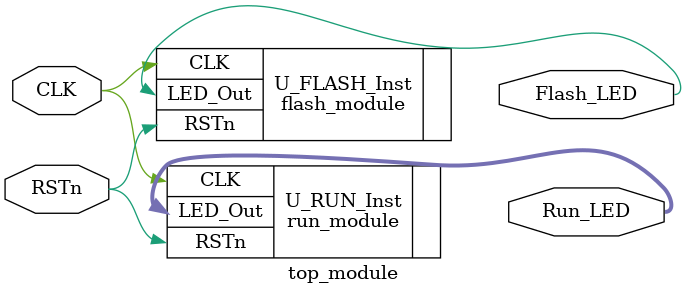
<source format=v>

module top_module
(
	CLK, RSTn, Flash_LED, Run_LED
);

	input CLK;
	input RSTn;
	output Flash_LED;
	output [2:0]Run_LED;
	
	
	///////////
	
	wire Flash_LED;
	
	flash_module U_FLASH_Inst
	(
		.CLK(CLK),
		.RSTn(RSTn),
		.LED_Out(Flash_LED)
	);
	
	//////////////////////////////////////
	
	wire [2:0]Run_LED;
	
	run_module U_RUN_Inst
	(
		.CLK(CLK),
		.RSTn(RSTn),
		.LED_Out(Run_LED)
	);
	
	////////////////////
	
	assign Flash_LED = Flash_LED;
	assign Run_LED = Run_LED;
	
endmodule

</source>
